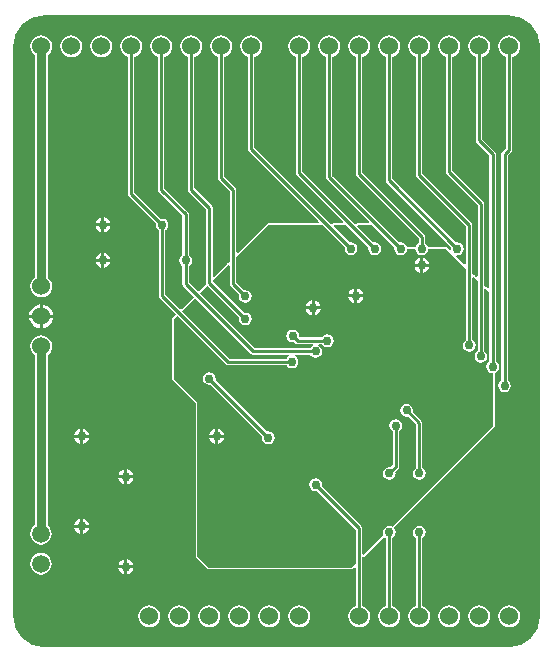
<source format=gbl>
%FSLAX25Y25*%
%MOIN*%
G70*
G01*
G75*
G04 Layer_Physical_Order=2*
G04 Layer_Color=16711680*
%ADD10R,0.01969X0.02756*%
%ADD11R,0.02953X0.02559*%
%ADD12R,0.02559X0.02953*%
%ADD13R,0.02362X0.01969*%
%ADD14R,0.04803X0.02362*%
%ADD15R,0.02362X0.03543*%
G04:AMPARAMS|DCode=16|XSize=25.59mil|YSize=23.62mil|CornerRadius=5.91mil|HoleSize=0mil|Usage=FLASHONLY|Rotation=0.000|XOffset=0mil|YOffset=0mil|HoleType=Round|Shape=RoundedRectangle|*
%AMROUNDEDRECTD16*
21,1,0.02559,0.01181,0,0,0.0*
21,1,0.01378,0.02362,0,0,0.0*
1,1,0.01181,0.00689,-0.00591*
1,1,0.01181,-0.00689,-0.00591*
1,1,0.01181,-0.00689,0.00591*
1,1,0.01181,0.00689,0.00591*
%
%ADD16ROUNDEDRECTD16*%
%ADD17R,0.01969X0.02362*%
G04:AMPARAMS|DCode=18|XSize=25.59mil|YSize=23.62mil|CornerRadius=5.91mil|HoleSize=0mil|Usage=FLASHONLY|Rotation=270.000|XOffset=0mil|YOffset=0mil|HoleType=Round|Shape=RoundedRectangle|*
%AMROUNDEDRECTD18*
21,1,0.02559,0.01181,0,0,270.0*
21,1,0.01378,0.02362,0,0,270.0*
1,1,0.01181,-0.00591,-0.00689*
1,1,0.01181,-0.00591,0.00689*
1,1,0.01181,0.00591,0.00689*
1,1,0.01181,0.00591,-0.00689*
%
%ADD18ROUNDEDRECTD18*%
%ADD19R,0.05709X0.02165*%
%ADD20R,0.05709X0.02165*%
%ADD21R,0.05000X0.02500*%
%ADD22R,0.02500X0.05000*%
%ADD23C,0.01000*%
%ADD24C,0.01500*%
%ADD25C,0.02000*%
%ADD26C,0.00600*%
%ADD27C,0.06000*%
%ADD28C,0.05906*%
%ADD29C,0.03000*%
%ADD30C,0.03000*%
G36*
X166960Y209855D02*
X168845Y209283D01*
X170583Y208355D01*
X172105Y207105D01*
X173355Y205583D01*
X174284Y203845D01*
X174855Y201960D01*
X175044Y200048D01*
X175000Y200000D01*
D01*
X175000Y200000D01*
X175048Y10000D01*
X174855Y8040D01*
X174284Y6155D01*
X173355Y4417D01*
X172105Y2895D01*
X170583Y1645D01*
X168845Y716D01*
X166960Y145D01*
X165048Y-44D01*
X165000Y0D01*
Y0D01*
X10000Y-48D01*
X8040Y145D01*
X6155Y716D01*
X4417Y1645D01*
X2895Y2895D01*
X1645Y4417D01*
X716Y6155D01*
X145Y8040D01*
X-44Y9952D01*
X0Y10000D01*
X0D01*
X-48Y200000D01*
X145Y201960D01*
X716Y203845D01*
X1645Y205583D01*
X2895Y207105D01*
X4417Y208355D01*
X6155Y209283D01*
X8040Y209855D01*
X9952Y210044D01*
X10000Y210000D01*
Y210000D01*
X165000Y210048D01*
X166960Y209855D01*
D02*
G37*
%LPC*%
G36*
X39635Y26000D02*
X37685D01*
Y24050D01*
X38160Y24145D01*
X38987Y24698D01*
X39540Y25525D01*
X39635Y26000D01*
D02*
G37*
G36*
X165000Y203631D02*
X164060Y203507D01*
X163184Y203145D01*
X162432Y202568D01*
X161855Y201816D01*
X161493Y200940D01*
X161369Y200000D01*
X161493Y199060D01*
X161855Y198185D01*
X162432Y197432D01*
X163184Y196855D01*
X163878Y196568D01*
Y166024D01*
X162703Y164848D01*
X162460Y164484D01*
X162374Y164055D01*
X162374Y164055D01*
Y88666D01*
X161982Y88404D01*
X161518Y87709D01*
X161355Y86890D01*
X161518Y86070D01*
X161982Y85376D01*
X162677Y84912D01*
X163496Y84749D01*
X164315Y84912D01*
X165010Y85376D01*
X165474Y86070D01*
X165637Y86890D01*
X165474Y87709D01*
X165010Y88404D01*
X164618Y88666D01*
Y163591D01*
X165793Y164766D01*
X165793Y164766D01*
X166036Y165130D01*
X166122Y165559D01*
Y196568D01*
X166815Y196855D01*
X167568Y197432D01*
X168145Y198185D01*
X168507Y199060D01*
X168631Y200000D01*
X168507Y200940D01*
X168145Y201816D01*
X167568Y202568D01*
X166815Y203145D01*
X165940Y203507D01*
X165000Y203631D01*
D02*
G37*
G36*
X36685Y28949D02*
X36210Y28855D01*
X35383Y28302D01*
X34830Y27476D01*
X34736Y27000D01*
X36685D01*
Y28949D01*
D02*
G37*
G36*
X22000Y72449D02*
X21524Y72355D01*
X20698Y71802D01*
X20145Y70976D01*
X20051Y70500D01*
X22000D01*
Y72449D01*
D02*
G37*
G36*
X23000D02*
Y70500D01*
X24949D01*
X24855Y70976D01*
X24302Y71802D01*
X23475Y72355D01*
X23000Y72449D01*
D02*
G37*
G36*
X8500Y109500D02*
X5031D01*
X5103Y108956D01*
X5506Y107983D01*
X6147Y107147D01*
X6983Y106506D01*
X7956Y106103D01*
X8500Y106031D01*
Y109500D01*
D02*
G37*
G36*
Y113969D02*
X7956Y113897D01*
X6983Y113494D01*
X6147Y112853D01*
X5506Y112017D01*
X5103Y111044D01*
X5031Y110500D01*
X8500D01*
Y113969D01*
D02*
G37*
G36*
X9500D02*
Y110500D01*
X12969D01*
X12897Y111044D01*
X12494Y112017D01*
X11853Y112853D01*
X11017Y113494D01*
X10044Y113897D01*
X9500Y113969D01*
D02*
G37*
G36*
X9000Y31083D02*
X8072Y30961D01*
X7208Y30603D01*
X6466Y30034D01*
X5897Y29292D01*
X5539Y28427D01*
X5417Y27500D01*
X5539Y26573D01*
X5897Y25708D01*
X6466Y24966D01*
X7208Y24397D01*
X8072Y24039D01*
X9000Y23917D01*
X9928Y24039D01*
X10792Y24397D01*
X11534Y24966D01*
X12103Y25708D01*
X12461Y26573D01*
X12583Y27500D01*
X12461Y28427D01*
X12103Y29292D01*
X11534Y30034D01*
X10792Y30603D01*
X9928Y30961D01*
X9000Y31083D01*
D02*
G37*
G36*
X12969Y109500D02*
X9500D01*
Y106031D01*
X10044Y106103D01*
X11017Y106506D01*
X11853Y107147D01*
X12494Y107983D01*
X12897Y108956D01*
X12969Y109500D01*
D02*
G37*
G36*
X36685Y26000D02*
X34736D01*
X34830Y25525D01*
X35383Y24698D01*
X36210Y24145D01*
X36685Y24050D01*
Y26000D01*
D02*
G37*
G36*
X37685Y28949D02*
Y27000D01*
X39635D01*
X39540Y27476D01*
X38987Y28302D01*
X38160Y28855D01*
X37685Y28949D01*
D02*
G37*
G36*
X22000Y42450D02*
X21524Y42355D01*
X20698Y41802D01*
X20145Y40975D01*
X20051Y40500D01*
X22000D01*
Y42450D01*
D02*
G37*
G36*
X36685Y58950D02*
X36210Y58855D01*
X35383Y58302D01*
X34830Y57476D01*
X34736Y57000D01*
X36685D01*
Y58950D01*
D02*
G37*
G36*
X39635Y56000D02*
X37685D01*
Y54050D01*
X38160Y54145D01*
X38987Y54698D01*
X39540Y55524D01*
X39635Y56000D01*
D02*
G37*
G36*
X23000Y42450D02*
Y40500D01*
X24949D01*
X24855Y40975D01*
X24302Y41802D01*
X23475Y42355D01*
X23000Y42450D01*
D02*
G37*
G36*
X36685Y56000D02*
X34736D01*
X34830Y55524D01*
X35383Y54698D01*
X36210Y54145D01*
X36685Y54050D01*
Y56000D01*
D02*
G37*
G36*
X37685Y58950D02*
Y57000D01*
X39635D01*
X39540Y57476D01*
X38987Y58302D01*
X38160Y58855D01*
X37685Y58950D01*
D02*
G37*
G36*
X24949Y69500D02*
X23000D01*
Y67550D01*
X23475Y67645D01*
X24302Y68198D01*
X24855Y69024D01*
X24949Y69500D01*
D02*
G37*
G36*
X9000Y103631D02*
X8060Y103507D01*
X7185Y103145D01*
X6432Y102568D01*
X5855Y101815D01*
X5493Y100940D01*
X5369Y100000D01*
X5493Y99060D01*
X5855Y98185D01*
X6432Y97432D01*
X6859Y97105D01*
Y40335D01*
X6466Y40034D01*
X5897Y39292D01*
X5539Y38427D01*
X5417Y37500D01*
X5539Y36573D01*
X5897Y35708D01*
X6466Y34966D01*
X7208Y34397D01*
X8072Y34039D01*
X9000Y33917D01*
X9928Y34039D01*
X10792Y34397D01*
X11534Y34966D01*
X12103Y35708D01*
X12461Y36573D01*
X12583Y37500D01*
X12461Y38427D01*
X12103Y39292D01*
X11534Y40034D01*
X11141Y40335D01*
Y97105D01*
X11568Y97432D01*
X12145Y98185D01*
X12507Y99060D01*
X12631Y100000D01*
X12507Y100940D01*
X12145Y101815D01*
X11568Y102568D01*
X10815Y103145D01*
X9940Y103507D01*
X9000Y103631D01*
D02*
G37*
G36*
X22000Y69500D02*
X20051D01*
X20145Y69024D01*
X20698Y68198D01*
X21524Y67645D01*
X22000Y67550D01*
Y69500D01*
D02*
G37*
G36*
X24949Y39500D02*
X23000D01*
Y37551D01*
X23475Y37645D01*
X24302Y38198D01*
X24855Y39024D01*
X24949Y39500D01*
D02*
G37*
G36*
X22000D02*
X20051D01*
X20145Y39024D01*
X20698Y38198D01*
X21524Y37645D01*
X22000Y37551D01*
Y39500D01*
D02*
G37*
G36*
X29138Y131072D02*
X28662Y130977D01*
X27835Y130424D01*
X27283Y129597D01*
X27188Y129122D01*
X29138D01*
Y131072D01*
D02*
G37*
G36*
X30138D02*
Y129122D01*
X32087D01*
X31993Y129597D01*
X31440Y130424D01*
X30613Y130977D01*
X30138Y131072D01*
D02*
G37*
G36*
X45000Y13631D02*
X44060Y13507D01*
X43185Y13145D01*
X42432Y12567D01*
X41855Y11816D01*
X41493Y10940D01*
X41369Y10000D01*
X41493Y9060D01*
X41855Y8185D01*
X42432Y7433D01*
X43185Y6855D01*
X44060Y6493D01*
X45000Y6369D01*
X45940Y6493D01*
X46815Y6855D01*
X47567Y7433D01*
X48145Y8185D01*
X48507Y9060D01*
X48631Y10000D01*
X48507Y10940D01*
X48145Y11816D01*
X47567Y12567D01*
X46815Y13145D01*
X45940Y13507D01*
X45000Y13631D01*
D02*
G37*
G36*
X32087Y128122D02*
X30138D01*
Y126172D01*
X30613Y126267D01*
X31440Y126820D01*
X31993Y127647D01*
X32087Y128122D01*
D02*
G37*
G36*
X55000Y13631D02*
X54060Y13507D01*
X53184Y13145D01*
X52432Y12567D01*
X51855Y11816D01*
X51493Y10940D01*
X51369Y10000D01*
X51493Y9060D01*
X51855Y8185D01*
X52432Y7433D01*
X53184Y6855D01*
X54060Y6493D01*
X55000Y6369D01*
X55940Y6493D01*
X56815Y6855D01*
X57568Y7433D01*
X58145Y8185D01*
X58507Y9060D01*
X58631Y10000D01*
X58507Y10940D01*
X58145Y11816D01*
X57568Y12567D01*
X56815Y13145D01*
X55940Y13507D01*
X55000Y13631D01*
D02*
G37*
G36*
X29138Y140004D02*
X27188D01*
X27283Y139529D01*
X27835Y138701D01*
X28662Y138149D01*
X29138Y138054D01*
Y140004D01*
D02*
G37*
G36*
X19000Y203631D02*
X18060Y203507D01*
X17185Y203145D01*
X16432Y202568D01*
X15855Y201816D01*
X15493Y200940D01*
X15369Y200000D01*
X15493Y199060D01*
X15855Y198185D01*
X16432Y197432D01*
X17185Y196855D01*
X18060Y196493D01*
X19000Y196369D01*
X19940Y196493D01*
X20816Y196855D01*
X21567Y197432D01*
X22145Y198185D01*
X22507Y199060D01*
X22631Y200000D01*
X22507Y200940D01*
X22145Y201816D01*
X21567Y202568D01*
X20816Y203145D01*
X19940Y203507D01*
X19000Y203631D01*
D02*
G37*
G36*
X29000D02*
X28060Y203507D01*
X27185Y203145D01*
X26432Y202568D01*
X25855Y201816D01*
X25493Y200940D01*
X25369Y200000D01*
X25493Y199060D01*
X25855Y198185D01*
X26432Y197432D01*
X27185Y196855D01*
X28060Y196493D01*
X29000Y196369D01*
X29940Y196493D01*
X30816Y196855D01*
X31567Y197432D01*
X32145Y198185D01*
X32507Y199060D01*
X32631Y200000D01*
X32507Y200940D01*
X32145Y201816D01*
X31567Y202568D01*
X30816Y203145D01*
X29940Y203507D01*
X29000Y203631D01*
D02*
G37*
G36*
X30138Y142954D02*
Y141004D01*
X32087D01*
X31993Y141479D01*
X31440Y142306D01*
X30613Y142859D01*
X30138Y142954D01*
D02*
G37*
G36*
X32087Y140004D02*
X30138D01*
Y138054D01*
X30613Y138149D01*
X31440Y138701D01*
X31993Y139529D01*
X32087Y140004D01*
D02*
G37*
G36*
X29138Y142954D02*
X28662Y142859D01*
X27835Y142306D01*
X27283Y141479D01*
X27188Y141004D01*
X29138D01*
Y142954D01*
D02*
G37*
G36*
Y128122D02*
X27188D01*
X27283Y127647D01*
X27835Y126820D01*
X28662Y126267D01*
X29138Y126172D01*
Y128122D01*
D02*
G37*
G36*
X95000Y13631D02*
X94060Y13507D01*
X93185Y13145D01*
X92432Y12567D01*
X91855Y11816D01*
X91493Y10940D01*
X91369Y10000D01*
X91493Y9060D01*
X91855Y8185D01*
X92432Y7433D01*
X93185Y6855D01*
X94060Y6493D01*
X95000Y6369D01*
X95940Y6493D01*
X96816Y6855D01*
X97568Y7433D01*
X98145Y8185D01*
X98507Y9060D01*
X98631Y10000D01*
X98507Y10940D01*
X98145Y11816D01*
X97568Y12567D01*
X96816Y13145D01*
X95940Y13507D01*
X95000Y13631D01*
D02*
G37*
G36*
X155000D02*
X154060Y13507D01*
X153184Y13145D01*
X152432Y12567D01*
X151855Y11816D01*
X151493Y10940D01*
X151369Y10000D01*
X151493Y9060D01*
X151855Y8185D01*
X152432Y7433D01*
X153184Y6855D01*
X154060Y6493D01*
X155000Y6369D01*
X155940Y6493D01*
X156816Y6855D01*
X157568Y7433D01*
X158145Y8185D01*
X158507Y9060D01*
X158631Y10000D01*
X158507Y10940D01*
X158145Y11816D01*
X157568Y12567D01*
X156816Y13145D01*
X155940Y13507D01*
X155000Y13631D01*
D02*
G37*
G36*
X9000Y203631D02*
X8060Y203507D01*
X7185Y203145D01*
X6432Y202568D01*
X5855Y201816D01*
X5493Y200940D01*
X5369Y200000D01*
X5493Y199060D01*
X5855Y198185D01*
X6432Y197432D01*
X6859Y197105D01*
Y122895D01*
X6432Y122568D01*
X5855Y121816D01*
X5493Y120940D01*
X5369Y120000D01*
X5493Y119060D01*
X5855Y118184D01*
X6432Y117432D01*
X7185Y116855D01*
X8060Y116493D01*
X9000Y116369D01*
X9940Y116493D01*
X10815Y116855D01*
X11568Y117432D01*
X12145Y118184D01*
X12507Y119060D01*
X12631Y120000D01*
X12507Y120940D01*
X12145Y121816D01*
X11568Y122568D01*
X11141Y122895D01*
Y197105D01*
X11568Y197432D01*
X12145Y198185D01*
X12507Y199060D01*
X12631Y200000D01*
X12507Y200940D01*
X12145Y201816D01*
X11568Y202568D01*
X10815Y203145D01*
X9940Y203507D01*
X9000Y203631D01*
D02*
G37*
G36*
X145000Y13631D02*
X144060Y13507D01*
X143184Y13145D01*
X142432Y12567D01*
X141855Y11816D01*
X141493Y10940D01*
X141369Y10000D01*
X141493Y9060D01*
X141855Y8185D01*
X142432Y7433D01*
X143184Y6855D01*
X144060Y6493D01*
X145000Y6369D01*
X145940Y6493D01*
X146816Y6855D01*
X147568Y7433D01*
X148145Y8185D01*
X148507Y9060D01*
X148631Y10000D01*
X148507Y10940D01*
X148145Y11816D01*
X147568Y12567D01*
X146816Y13145D01*
X145940Y13507D01*
X145000Y13631D01*
D02*
G37*
G36*
X135000Y40125D02*
X134181Y39962D01*
X133486Y39498D01*
X133022Y38804D01*
X132859Y37984D01*
X133022Y37165D01*
X133486Y36470D01*
X133878Y36208D01*
Y13432D01*
X133185Y13145D01*
X132432Y12567D01*
X131855Y11816D01*
X131493Y10940D01*
X131369Y10000D01*
X131493Y9060D01*
X131855Y8185D01*
X132432Y7433D01*
X133185Y6855D01*
X134060Y6493D01*
X135000Y6369D01*
X135940Y6493D01*
X136816Y6855D01*
X137568Y7433D01*
X138145Y8185D01*
X138507Y9060D01*
X138631Y10000D01*
X138507Y10940D01*
X138145Y11816D01*
X137568Y12567D01*
X136816Y13145D01*
X136122Y13432D01*
Y36208D01*
X136514Y36470D01*
X136978Y37165D01*
X137141Y37984D01*
X136978Y38804D01*
X136514Y39498D01*
X135819Y39962D01*
X135000Y40125D01*
D02*
G37*
G36*
X75000Y13631D02*
X74060Y13507D01*
X73185Y13145D01*
X72432Y12567D01*
X71855Y11816D01*
X71493Y10940D01*
X71369Y10000D01*
X71493Y9060D01*
X71855Y8185D01*
X72432Y7433D01*
X73185Y6855D01*
X74060Y6493D01*
X75000Y6369D01*
X75940Y6493D01*
X76815Y6855D01*
X77568Y7433D01*
X78145Y8185D01*
X78507Y9060D01*
X78631Y10000D01*
X78507Y10940D01*
X78145Y11816D01*
X77568Y12567D01*
X76815Y13145D01*
X75940Y13507D01*
X75000Y13631D01*
D02*
G37*
G36*
X65000D02*
X64060Y13507D01*
X63184Y13145D01*
X62432Y12567D01*
X61855Y11816D01*
X61493Y10940D01*
X61369Y10000D01*
X61493Y9060D01*
X61855Y8185D01*
X62432Y7433D01*
X63184Y6855D01*
X64060Y6493D01*
X65000Y6369D01*
X65940Y6493D01*
X66816Y6855D01*
X67568Y7433D01*
X68145Y8185D01*
X68507Y9060D01*
X68631Y10000D01*
X68507Y10940D01*
X68145Y11816D01*
X67568Y12567D01*
X66816Y13145D01*
X65940Y13507D01*
X65000Y13631D01*
D02*
G37*
G36*
X155000Y203631D02*
X154060Y203507D01*
X153184Y203145D01*
X152432Y202568D01*
X151855Y201816D01*
X151493Y200940D01*
X151369Y200000D01*
X151493Y199060D01*
X151855Y198185D01*
X152432Y197432D01*
X153184Y196855D01*
X153878Y196568D01*
Y168614D01*
X153878Y168614D01*
X153964Y168185D01*
X154207Y167821D01*
X158438Y163591D01*
Y119504D01*
X157976Y119313D01*
X157665Y119624D01*
X157545Y119673D01*
X157454Y119764D01*
X157325D01*
X157205Y119814D01*
X157159Y119795D01*
X156744Y120073D01*
Y147520D01*
X156744Y147520D01*
X156658Y147949D01*
X156415Y148313D01*
X156415Y148313D01*
X146122Y158606D01*
Y196568D01*
X146816Y196855D01*
X147568Y197432D01*
X148145Y198185D01*
X148507Y199060D01*
X148631Y200000D01*
X148507Y200940D01*
X148145Y201816D01*
X147568Y202568D01*
X146816Y203145D01*
X145940Y203507D01*
X145000Y203631D01*
X144060Y203507D01*
X143184Y203145D01*
X142432Y202568D01*
X141855Y201816D01*
X141493Y200940D01*
X141369Y200000D01*
X141493Y199060D01*
X141855Y198185D01*
X142432Y197432D01*
X143184Y196855D01*
X143878Y196568D01*
Y158142D01*
X143878Y158142D01*
X143964Y157712D01*
X144207Y157349D01*
X154500Y147055D01*
Y123441D01*
X154039Y123250D01*
X153728Y123561D01*
X153608Y123610D01*
X153517Y123702D01*
X153388D01*
X153269Y123751D01*
X153222Y123732D01*
X152807Y124010D01*
Y140433D01*
X152807Y140433D01*
X152721Y140862D01*
X152478Y141226D01*
X136122Y157583D01*
Y196568D01*
X136816Y196855D01*
X137568Y197432D01*
X138145Y198185D01*
X138507Y199060D01*
X138631Y200000D01*
X138507Y200940D01*
X138145Y201816D01*
X137568Y202568D01*
X136816Y203145D01*
X135940Y203507D01*
X135000Y203631D01*
X134060Y203507D01*
X133185Y203145D01*
X132432Y202568D01*
X131855Y201816D01*
X131493Y200940D01*
X131369Y200000D01*
X131493Y199060D01*
X131855Y198185D01*
X132432Y197432D01*
X133185Y196855D01*
X133878Y196568D01*
Y157118D01*
X133878Y157118D01*
X133964Y156689D01*
X134207Y156325D01*
X150564Y139969D01*
Y127378D01*
X150101Y127187D01*
X147262Y130027D01*
X147497Y130468D01*
X147748Y130418D01*
X148567Y130581D01*
X149262Y131045D01*
X149726Y131740D01*
X149889Y132559D01*
X149726Y133378D01*
X149262Y134073D01*
X148567Y134537D01*
X147748Y134700D01*
X147285Y134608D01*
X126122Y155772D01*
Y196568D01*
X126815Y196855D01*
X127568Y197432D01*
X128145Y198185D01*
X128507Y199060D01*
X128631Y200000D01*
X128507Y200940D01*
X128145Y201816D01*
X127568Y202568D01*
X126815Y203145D01*
X125940Y203507D01*
X125000Y203631D01*
X124060Y203507D01*
X123185Y203145D01*
X122432Y202568D01*
X121855Y201816D01*
X121493Y200940D01*
X121369Y200000D01*
X121493Y199060D01*
X121855Y198185D01*
X122432Y197432D01*
X123185Y196855D01*
X123878Y196568D01*
Y155307D01*
X123878Y155307D01*
X123964Y154878D01*
X124207Y154514D01*
X145699Y133022D01*
X145607Y132559D01*
X145657Y132308D01*
X145216Y132073D01*
X144270Y133018D01*
X143811Y133209D01*
X138078D01*
X137934Y133286D01*
X137915Y133378D01*
X137451Y134073D01*
X137059Y134335D01*
Y136496D01*
X136973Y136925D01*
X136730Y137289D01*
X136730Y137289D01*
X116122Y157898D01*
Y196568D01*
X116815Y196855D01*
X117568Y197432D01*
X118145Y198185D01*
X118507Y199060D01*
X118631Y200000D01*
X118507Y200940D01*
X118145Y201816D01*
X117568Y202568D01*
X116815Y203145D01*
X115940Y203507D01*
X115000Y203631D01*
X114060Y203507D01*
X113184Y203145D01*
X112432Y202568D01*
X111855Y201816D01*
X111493Y200940D01*
X111369Y200000D01*
X111493Y199060D01*
X111855Y198185D01*
X112432Y197432D01*
X113184Y196855D01*
X113878Y196568D01*
Y157433D01*
X113878Y157433D01*
X113964Y157004D01*
X114207Y156640D01*
X134816Y136031D01*
Y134335D01*
X134423Y134073D01*
X133959Y133378D01*
X133940Y133286D01*
X133796Y133209D01*
X130991D01*
X130847Y133286D01*
X130828Y133378D01*
X130364Y134073D01*
X129670Y134537D01*
X128850Y134700D01*
X128387Y134608D01*
X106122Y156874D01*
Y196568D01*
X106816Y196855D01*
X107568Y197432D01*
X108145Y198185D01*
X108507Y199060D01*
X108631Y200000D01*
X108507Y200940D01*
X108145Y201816D01*
X107568Y202568D01*
X106816Y203145D01*
X105940Y203507D01*
X105000Y203631D01*
X104060Y203507D01*
X103184Y203145D01*
X102432Y202568D01*
X101855Y201816D01*
X101493Y200940D01*
X101369Y200000D01*
X101493Y199060D01*
X101855Y198185D01*
X102432Y197432D01*
X103184Y196855D01*
X103878Y196568D01*
Y156410D01*
X103878Y156409D01*
X103964Y155980D01*
X104207Y155616D01*
X118279Y141544D01*
X118087Y141083D01*
X114554D01*
X114435Y141033D01*
X114306D01*
X114215Y140942D01*
X114095Y140892D01*
X114076Y140846D01*
X113586Y140749D01*
Y140749D01*
X113586Y140749D01*
D01*
D01*
D01*
X96122Y158213D01*
Y196568D01*
X96816Y196855D01*
X97568Y197432D01*
X98145Y198185D01*
X98507Y199060D01*
X98631Y200000D01*
X98507Y200940D01*
X98145Y201816D01*
X97568Y202568D01*
X96816Y203145D01*
X95940Y203507D01*
X95000Y203631D01*
X94060Y203507D01*
X93185Y203145D01*
X92432Y202568D01*
X91855Y201816D01*
X91493Y200940D01*
X91369Y200000D01*
X91493Y199060D01*
X91855Y198185D01*
X92432Y197432D01*
X93185Y196855D01*
X93878Y196568D01*
Y157748D01*
X93878Y157748D01*
X93964Y157319D01*
X94207Y156955D01*
X109617Y141544D01*
X109426Y141083D01*
X106680D01*
X106561Y141033D01*
X106432D01*
X106341Y140942D01*
X106221Y140892D01*
X106202Y140846D01*
X105733Y140753D01*
X105712Y140749D01*
Y140749D01*
X105712Y140749D01*
X80122Y166339D01*
Y196568D01*
X80816Y196855D01*
X81568Y197432D01*
X82145Y198185D01*
X82507Y199060D01*
X82631Y200000D01*
X82507Y200940D01*
X82145Y201816D01*
X81568Y202568D01*
X80816Y203145D01*
X79940Y203507D01*
X79000Y203631D01*
X78060Y203507D01*
X77184Y203145D01*
X76432Y202568D01*
X75855Y201816D01*
X75493Y200940D01*
X75369Y200000D01*
X75493Y199060D01*
X75855Y198185D01*
X76432Y197432D01*
X77184Y196855D01*
X77878Y196568D01*
Y165874D01*
X77878Y165874D01*
X77964Y165445D01*
X78207Y165081D01*
X101743Y141544D01*
X101552Y141083D01*
X84756D01*
X84297Y140892D01*
X74528Y131124D01*
X74066Y131315D01*
Y152244D01*
X73981Y152673D01*
X73738Y153037D01*
X73738Y153037D01*
X70129Y156646D01*
Y196571D01*
X70815Y196855D01*
X71568Y197432D01*
X72145Y198185D01*
X72507Y199060D01*
X72631Y200000D01*
X72507Y200940D01*
X72145Y201816D01*
X71568Y202568D01*
X70815Y203145D01*
X69940Y203507D01*
X69000Y203631D01*
X68060Y203507D01*
X67185Y203145D01*
X66432Y202568D01*
X65855Y201816D01*
X65493Y200940D01*
X65369Y200000D01*
X65493Y199060D01*
X65855Y198185D01*
X66432Y197432D01*
X67185Y196855D01*
X67886Y196565D01*
Y156181D01*
X67886Y156181D01*
X67972Y155752D01*
X68215Y155388D01*
X71823Y151779D01*
Y127947D01*
X71408Y127669D01*
X71361Y127688D01*
X71242Y127639D01*
X71113D01*
X71021Y127547D01*
X70902Y127498D01*
X66654Y123250D01*
X66192Y123441D01*
Y146173D01*
X66192Y146173D01*
X66107Y146602D01*
X65864Y146966D01*
X65864Y146966D01*
X60122Y152709D01*
Y196568D01*
X60816Y196855D01*
X61568Y197432D01*
X62145Y198185D01*
X62507Y199060D01*
X62631Y200000D01*
X62507Y200940D01*
X62145Y201816D01*
X61568Y202568D01*
X60816Y203145D01*
X59940Y203507D01*
X59000Y203631D01*
X58060Y203507D01*
X57184Y203145D01*
X56432Y202568D01*
X55855Y201816D01*
X55493Y200940D01*
X55369Y200000D01*
X55493Y199060D01*
X55855Y198185D01*
X56432Y197432D01*
X57184Y196855D01*
X57878Y196568D01*
Y152244D01*
X57878Y152244D01*
X57964Y151815D01*
X58207Y151451D01*
X63949Y145709D01*
Y121142D01*
X63949Y121142D01*
X64035Y120713D01*
X64035Y120713D01*
X64035Y120712D01*
X64043Y120701D01*
X64015Y120611D01*
X61718Y118313D01*
X61218D01*
X58318Y121213D01*
Y126846D01*
X58711Y127108D01*
X59175Y127803D01*
X59338Y128622D01*
X59175Y129441D01*
X58711Y130136D01*
X58318Y130398D01*
Y144047D01*
X58318Y144047D01*
X58233Y144476D01*
X57990Y144840D01*
X50122Y152709D01*
Y196568D01*
X50815Y196855D01*
X51568Y197432D01*
X52145Y198185D01*
X52507Y199060D01*
X52631Y200000D01*
X52507Y200940D01*
X52145Y201816D01*
X51568Y202568D01*
X50815Y203145D01*
X49940Y203507D01*
X49000Y203631D01*
X48060Y203507D01*
X47185Y203145D01*
X46433Y202568D01*
X45855Y201816D01*
X45493Y200940D01*
X45369Y200000D01*
X45493Y199060D01*
X45855Y198185D01*
X46433Y197432D01*
X47185Y196855D01*
X47878Y196568D01*
Y152244D01*
X47878Y152244D01*
X47964Y151815D01*
X48207Y151451D01*
X56075Y143583D01*
Y130398D01*
X55683Y130136D01*
X55219Y129441D01*
X55056Y128622D01*
X55219Y127803D01*
X55683Y127108D01*
X56075Y126846D01*
Y120748D01*
X56075Y120748D01*
X56161Y120319D01*
X56404Y119955D01*
X59882Y116477D01*
Y116477D01*
X55812Y112408D01*
X55312D01*
X50444Y117276D01*
Y138657D01*
X50837Y138919D01*
X51301Y139614D01*
X51464Y140433D01*
X51301Y141252D01*
X50837Y141947D01*
X50142Y142411D01*
X49323Y142574D01*
X48860Y142482D01*
X40122Y151221D01*
Y196568D01*
X40815Y196855D01*
X41568Y197432D01*
X42145Y198185D01*
X42507Y199060D01*
X42631Y200000D01*
X42507Y200940D01*
X42145Y201816D01*
X41568Y202568D01*
X40815Y203145D01*
X39940Y203507D01*
X39000Y203631D01*
X38060Y203507D01*
X37185Y203145D01*
X36432Y202568D01*
X35855Y201816D01*
X35493Y200940D01*
X35369Y200000D01*
X35493Y199060D01*
X35855Y198185D01*
X36432Y197432D01*
X37185Y196855D01*
X37878Y196568D01*
Y150756D01*
X37878Y150756D01*
X37964Y150327D01*
X38207Y149963D01*
X47274Y140896D01*
X47182Y140433D01*
X47345Y139614D01*
X47809Y138919D01*
X48201Y138657D01*
Y116811D01*
X48201Y116811D01*
X48287Y116382D01*
X48530Y116018D01*
X53976Y110572D01*
X52801Y109396D01*
X52610Y108937D01*
Y89252D01*
X52801Y88793D01*
X60484Y81109D01*
X60484Y73504D01*
X60484Y73504D01*
Y30197D01*
X60619Y29872D01*
X60675Y29738D01*
X64612Y25801D01*
X65071Y25610D01*
X112315D01*
X112774Y25801D01*
X113417Y26443D01*
X113878Y26252D01*
Y13432D01*
X113184Y13145D01*
X112432Y12567D01*
X111855Y11816D01*
X111493Y10940D01*
X111369Y10000D01*
X111493Y9060D01*
X111855Y8185D01*
X112432Y7433D01*
X113184Y6855D01*
X114060Y6493D01*
X115000Y6369D01*
X115940Y6493D01*
X116815Y6855D01*
X117568Y7433D01*
X118145Y8185D01*
X118507Y9060D01*
X118631Y10000D01*
X118507Y10940D01*
X118145Y11816D01*
X117568Y12567D01*
X116815Y13145D01*
X116122Y13432D01*
Y29620D01*
X116537Y29898D01*
X116584Y29879D01*
X116703Y29928D01*
X116832D01*
X116923Y30020D01*
X117043Y30069D01*
X123448Y36474D01*
X123486Y36470D01*
X123878Y36208D01*
Y13432D01*
X123185Y13145D01*
X122432Y12567D01*
X121855Y11816D01*
X121493Y10940D01*
X121369Y10000D01*
X121493Y9060D01*
X121855Y8185D01*
X122432Y7433D01*
X123185Y6855D01*
X124060Y6493D01*
X125000Y6369D01*
X125940Y6493D01*
X126815Y6855D01*
X127568Y7433D01*
X128145Y8185D01*
X128507Y9060D01*
X128631Y10000D01*
X128507Y10940D01*
X128145Y11816D01*
X127568Y12567D01*
X126815Y13145D01*
X126122Y13432D01*
Y36208D01*
X126514Y36470D01*
X126978Y37165D01*
X127141Y37984D01*
X126978Y38804D01*
X126514Y39498D01*
X126510Y39537D01*
X160018Y73045D01*
X160208Y73504D01*
Y91048D01*
X160208Y91048D01*
X160208Y91048D01*
D01*
X160169Y91169D01*
D01*
X160169Y91169D01*
X160378Y91211D01*
X161073Y91675D01*
X161537Y92370D01*
X161700Y93189D01*
X161537Y94008D01*
X161073Y94703D01*
X160681Y94965D01*
Y164055D01*
X160681Y164055D01*
X160595Y164484D01*
X160352Y164848D01*
X156122Y169079D01*
Y196568D01*
X156816Y196855D01*
X157568Y197432D01*
X158145Y198185D01*
X158507Y199060D01*
X158631Y200000D01*
X158507Y200940D01*
X158145Y201816D01*
X157568Y202568D01*
X156816Y203145D01*
X155940Y203507D01*
X155000Y203631D01*
D02*
G37*
G36*
X165000Y13631D02*
X164060Y13507D01*
X163184Y13145D01*
X162432Y12567D01*
X161855Y11816D01*
X161493Y10940D01*
X161369Y10000D01*
X161493Y9060D01*
X161855Y8185D01*
X162432Y7433D01*
X163184Y6855D01*
X164060Y6493D01*
X165000Y6369D01*
X165940Y6493D01*
X166815Y6855D01*
X167568Y7433D01*
X168145Y8185D01*
X168507Y9060D01*
X168631Y10000D01*
X168507Y10940D01*
X168145Y11816D01*
X167568Y12567D01*
X166815Y13145D01*
X165940Y13507D01*
X165000Y13631D01*
D02*
G37*
G36*
X85000D02*
X84060Y13507D01*
X83184Y13145D01*
X82432Y12567D01*
X81855Y11816D01*
X81493Y10940D01*
X81369Y10000D01*
X81493Y9060D01*
X81855Y8185D01*
X82432Y7433D01*
X83184Y6855D01*
X84060Y6493D01*
X85000Y6369D01*
X85940Y6493D01*
X86816Y6855D01*
X87568Y7433D01*
X88145Y8185D01*
X88507Y9060D01*
X88631Y10000D01*
X88507Y10940D01*
X88145Y11816D01*
X87568Y12567D01*
X86816Y13145D01*
X85940Y13507D01*
X85000Y13631D01*
D02*
G37*
%LPD*%
G36*
X78845Y97514D02*
X78845Y97514D01*
X79209Y97271D01*
X79638Y97185D01*
X79638Y97185D01*
X91613D01*
X91758Y96707D01*
X91116Y96278D01*
X90854Y95885D01*
X71835D01*
X56021Y111699D01*
X60341Y116018D01*
X78845Y97514D01*
D02*
G37*
G36*
X126801Y133022D02*
X126709Y132559D01*
X126872Y131740D01*
X127336Y131045D01*
X128031Y130581D01*
X128850Y130418D01*
X129670Y130581D01*
X130364Y131045D01*
X130828Y131740D01*
X130991Y132559D01*
X133796D01*
X133959Y131740D01*
X134423Y131045D01*
X135118Y130581D01*
X135937Y130418D01*
X136756Y130581D01*
X137451Y131045D01*
X137915Y131740D01*
X138078Y132559D01*
X143811D01*
X150564Y125807D01*
Y102052D01*
X150171Y101790D01*
X149707Y101095D01*
X149544Y100276D01*
X149707Y99456D01*
X150171Y98762D01*
X150866Y98297D01*
X151685Y98134D01*
X152504Y98297D01*
X153199Y98762D01*
X153663Y99456D01*
X153826Y100276D01*
X153663Y101095D01*
X153199Y101790D01*
X152807Y102052D01*
Y122910D01*
X153269Y123101D01*
X154500Y121870D01*
Y98509D01*
X154108Y98246D01*
X153644Y97552D01*
X153481Y96732D01*
X153644Y95913D01*
X154108Y95218D01*
X154803Y94754D01*
X155622Y94591D01*
X156441Y94754D01*
X157136Y95218D01*
X157600Y95913D01*
X157763Y96732D01*
X157600Y97552D01*
X157136Y98246D01*
X156744Y98509D01*
Y118973D01*
X157205Y119165D01*
X158438Y117933D01*
Y94965D01*
X158045Y94703D01*
X157581Y94008D01*
X157418Y93189D01*
X157581Y92370D01*
X158045Y91675D01*
X158740Y91211D01*
X159559Y91048D01*
X159559Y91048D01*
Y91048D01*
X159559Y91048D01*
Y73504D01*
X125938Y39883D01*
X125819Y39962D01*
X125000Y40125D01*
X124181Y39962D01*
X123486Y39498D01*
X123022Y38804D01*
X122859Y37984D01*
X123022Y37165D01*
X123101Y37046D01*
X116584Y30528D01*
X116122Y30720D01*
Y39323D01*
X116036Y39752D01*
X115793Y40116D01*
X115793Y40116D01*
X102553Y53356D01*
X102645Y53819D01*
X102482Y54638D01*
X102018Y55333D01*
X101323Y55797D01*
X100504Y55960D01*
X99685Y55797D01*
X98990Y55333D01*
X98526Y54638D01*
X98363Y53819D01*
X98526Y53000D01*
X98990Y52305D01*
X99685Y51841D01*
X100504Y51678D01*
X100967Y51770D01*
X113878Y38858D01*
Y27823D01*
X112315Y26260D01*
X65071D01*
X61134Y30197D01*
Y73504D01*
X61134D01*
X61134Y81378D01*
X53260Y89252D01*
Y108937D01*
X54435Y110112D01*
X70577Y93971D01*
X70577Y93971D01*
X70941Y93728D01*
X71370Y93642D01*
X71370Y93642D01*
X90854D01*
X91116Y93250D01*
X91811Y92786D01*
X92630Y92623D01*
X93449Y92786D01*
X94144Y93250D01*
X94608Y93944D01*
X94771Y94764D01*
X94608Y95583D01*
X94144Y96278D01*
X93502Y96707D01*
X93647Y97185D01*
X98728D01*
X98990Y96793D01*
X99685Y96329D01*
X100504Y96166D01*
X101323Y96329D01*
X102018Y96793D01*
X102482Y97488D01*
X102645Y98307D01*
X102482Y99126D01*
X102018Y99821D01*
X101375Y100250D01*
X101521Y100729D01*
X102665D01*
X102927Y100336D01*
X103622Y99872D01*
X104441Y99709D01*
X105260Y99872D01*
X105955Y100336D01*
X106419Y101031D01*
X106582Y101850D01*
X106419Y102670D01*
X105955Y103364D01*
X105260Y103829D01*
X104441Y103991D01*
X103622Y103829D01*
X102927Y103364D01*
X102665Y102972D01*
X95370D01*
X95053Y103358D01*
X95066Y103425D01*
X94903Y104245D01*
X94439Y104939D01*
X93745Y105403D01*
X92925Y105566D01*
X92106Y105403D01*
X91411Y104939D01*
X90947Y104245D01*
X90784Y103425D01*
X90947Y102606D01*
X91411Y101911D01*
X92106Y101447D01*
X92925Y101284D01*
X93388Y101376D01*
X93707Y101057D01*
X93707Y101057D01*
X94071Y100814D01*
X94071Y100814D01*
X94071Y100814D01*
D01*
X94071Y100814D01*
X94071Y100814D01*
X94500Y100729D01*
X94500Y100729D01*
X99487D01*
X99632Y100250D01*
X98990Y99821D01*
X98728Y99429D01*
X80102D01*
X61927Y117604D01*
X64475Y120152D01*
X75030Y109597D01*
X74938Y109134D01*
X75101Y108315D01*
X75565Y107620D01*
X76259Y107156D01*
X77079Y106993D01*
X77898Y107156D01*
X78593Y107620D01*
X79057Y108315D01*
X79220Y109134D01*
X79057Y109953D01*
X78593Y110648D01*
X77898Y111112D01*
X77079Y111275D01*
X76616Y111183D01*
X66192Y121606D01*
Y121870D01*
X71361Y127039D01*
X71823Y126847D01*
Y120748D01*
X71823Y120748D01*
X71909Y120319D01*
X72152Y119955D01*
X75030Y117077D01*
X74938Y116614D01*
X75101Y115795D01*
X75565Y115100D01*
X76259Y114636D01*
X77079Y114473D01*
X77898Y114636D01*
X78593Y115100D01*
X79057Y115795D01*
X79220Y116614D01*
X79057Y117434D01*
X78593Y118128D01*
X77898Y118592D01*
X77079Y118755D01*
X76616Y118663D01*
X74066Y121213D01*
Y129744D01*
X84756Y140433D01*
X102855D01*
X110266Y133022D01*
X110174Y132559D01*
X110337Y131740D01*
X110801Y131045D01*
X111496Y130581D01*
X112315Y130418D01*
X113134Y130581D01*
X113829Y131045D01*
X114293Y131740D01*
X114456Y132559D01*
X114293Y133378D01*
X113829Y134073D01*
X113134Y134537D01*
X112315Y134700D01*
X111852Y134608D01*
X106489Y139971D01*
X106680Y140433D01*
X110729D01*
X118140Y133022D01*
X118048Y132559D01*
X118211Y131740D01*
X118675Y131045D01*
X119370Y130581D01*
X120189Y130418D01*
X121008Y130581D01*
X121703Y131045D01*
X122167Y131740D01*
X122330Y132559D01*
X122167Y133378D01*
X121703Y134073D01*
X121008Y134537D01*
X120189Y134700D01*
X119726Y134608D01*
X114363Y139971D01*
X114554Y140433D01*
X119390D01*
X126801Y133022D01*
D02*
G37*
%LPC*%
G36*
X116339Y116311D02*
X114390D01*
Y114362D01*
X114865Y114456D01*
X115692Y115009D01*
X116245Y115835D01*
X116339Y116311D01*
D02*
G37*
G36*
X113390Y119261D02*
X112914Y119166D01*
X112087Y118613D01*
X111535Y117786D01*
X111440Y117311D01*
X113390D01*
Y119261D01*
D02*
G37*
G36*
X100216Y115323D02*
Y113374D01*
X102166D01*
X102071Y113849D01*
X101519Y114676D01*
X100692Y115229D01*
X100216Y115323D01*
D02*
G37*
G36*
X113390Y116311D02*
X111440D01*
X111535Y115835D01*
X112087Y115009D01*
X112914Y114456D01*
X113390Y114362D01*
Y116311D01*
D02*
G37*
G36*
X114390Y119261D02*
Y117311D01*
X116339D01*
X116245Y117786D01*
X115692Y118613D01*
X114865Y119166D01*
X114390Y119261D01*
D02*
G37*
G36*
X135437Y129497D02*
X134961Y129402D01*
X134135Y128850D01*
X133582Y128023D01*
X133487Y127547D01*
X135437D01*
Y129497D01*
D02*
G37*
G36*
X136437D02*
Y127547D01*
X138386D01*
X138292Y128023D01*
X137739Y128850D01*
X136912Y129402D01*
X136437Y129497D01*
D02*
G37*
G36*
X135437Y126547D02*
X133487D01*
X133582Y126072D01*
X134135Y125245D01*
X134961Y124692D01*
X135437Y124598D01*
Y126547D01*
D02*
G37*
G36*
X138386D02*
X136437D01*
Y124598D01*
X136912Y124692D01*
X137739Y125245D01*
X138292Y126072D01*
X138386Y126547D01*
D02*
G37*
G36*
X99217Y115323D02*
X98741Y115229D01*
X97914Y114676D01*
X97362Y113849D01*
X97267Y113374D01*
X99217D01*
Y115323D01*
D02*
G37*
G36*
X65071Y91393D02*
X64252Y91230D01*
X63557Y90766D01*
X63093Y90071D01*
X62930Y89252D01*
X63093Y88433D01*
X63557Y87738D01*
X64252Y87274D01*
X65071Y87111D01*
X65534Y87203D01*
X82707Y70030D01*
X82615Y69567D01*
X82778Y68748D01*
X83242Y68053D01*
X83937Y67589D01*
X84756Y67426D01*
X85575Y67589D01*
X86270Y68053D01*
X86734Y68748D01*
X86897Y69567D01*
X86734Y70386D01*
X86270Y71081D01*
X85575Y71545D01*
X84756Y71708D01*
X84293Y71616D01*
X67120Y88789D01*
X67212Y89252D01*
X67049Y90071D01*
X66585Y90766D01*
X65890Y91230D01*
X65071Y91393D01*
D02*
G37*
G36*
X67000Y69500D02*
X65051D01*
X65145Y69024D01*
X65698Y68198D01*
X66524Y67645D01*
X67000Y67550D01*
Y69500D01*
D02*
G37*
G36*
X130819Y80763D02*
X129999Y80600D01*
X129305Y80136D01*
X128841Y79441D01*
X128678Y78622D01*
X128841Y77803D01*
X129305Y77108D01*
X129999Y76644D01*
X130819Y76481D01*
X131282Y76573D01*
X133878Y73976D01*
Y59383D01*
X133486Y59120D01*
X133022Y58426D01*
X132859Y57606D01*
X133022Y56787D01*
X133486Y56092D01*
X134181Y55628D01*
X135000Y55465D01*
X135819Y55628D01*
X136514Y56092D01*
X136978Y56787D01*
X137141Y57606D01*
X136978Y58426D01*
X136514Y59120D01*
X136122Y59383D01*
Y74441D01*
X136036Y74870D01*
X135793Y75234D01*
X135793Y75234D01*
X132868Y78159D01*
X132960Y78622D01*
X132797Y79441D01*
X132333Y80136D01*
X131638Y80600D01*
X130819Y80763D01*
D02*
G37*
G36*
X127276Y75645D02*
X126456Y75482D01*
X125762Y75018D01*
X125297Y74323D01*
X125134Y73504D01*
X125297Y72685D01*
X125762Y71990D01*
X126154Y71728D01*
Y60347D01*
X125463Y59655D01*
X125000Y59747D01*
X124181Y59584D01*
X123486Y59120D01*
X123022Y58426D01*
X122859Y57606D01*
X123022Y56787D01*
X123486Y56092D01*
X124181Y55628D01*
X125000Y55465D01*
X125819Y55628D01*
X126514Y56092D01*
X126978Y56787D01*
X127141Y57606D01*
X127049Y58069D01*
X128069Y59089D01*
X128312Y59453D01*
X128397Y59882D01*
X128397Y59882D01*
Y71728D01*
X128790Y71990D01*
X129254Y72685D01*
X129417Y73504D01*
X129254Y74323D01*
X128790Y75018D01*
X128095Y75482D01*
X127276Y75645D01*
D02*
G37*
G36*
X69950Y69500D02*
X68000D01*
Y67550D01*
X68476Y67645D01*
X69302Y68198D01*
X69855Y69024D01*
X69950Y69500D01*
D02*
G37*
G36*
X99217Y112374D02*
X97267D01*
X97362Y111899D01*
X97914Y111072D01*
X98741Y110519D01*
X99217Y110424D01*
Y112374D01*
D02*
G37*
G36*
X102166D02*
X100216D01*
Y110424D01*
X100692Y110519D01*
X101519Y111072D01*
X102071Y111899D01*
X102166Y112374D01*
D02*
G37*
G36*
X67000Y72449D02*
X66524Y72355D01*
X65698Y71802D01*
X65145Y70976D01*
X65051Y70500D01*
X67000D01*
Y72449D01*
D02*
G37*
G36*
X68000D02*
Y70500D01*
X69950D01*
X69855Y70976D01*
X69302Y71802D01*
X68476Y72355D01*
X68000Y72449D01*
D02*
G37*
%LPD*%
D23*
X71370Y94764D02*
X92630D01*
X49323Y116811D02*
X71370Y94764D01*
X57197Y120748D02*
X79638Y98307D01*
X100504D01*
X65071Y121142D02*
X77079Y109134D01*
X72945Y120748D02*
X77079Y116614D01*
X39000Y150756D02*
Y200000D01*
Y150756D02*
X49323Y140433D01*
Y116811D02*
Y140433D01*
X57197Y120748D02*
Y144047D01*
X49000Y152244D02*
X57197Y144047D01*
X49000Y152244D02*
Y200000D01*
X65071Y121142D02*
Y146173D01*
X59000Y152244D02*
X65071Y146173D01*
X59000Y152244D02*
Y200000D01*
X72945Y120748D02*
Y152244D01*
X69008Y156181D02*
X72945Y152244D01*
X69008Y156181D02*
Y199992D01*
X69000Y200000D02*
X69008Y199992D01*
X79000Y165874D02*
X112315Y132559D01*
X79000Y165874D02*
Y200000D01*
X95000Y157748D02*
X120189Y132559D01*
X95000Y157748D02*
Y200000D01*
X105000Y156409D02*
X128850Y132559D01*
X105000Y156409D02*
Y200000D01*
X135937Y132559D02*
Y136496D01*
X115000Y157433D02*
X135937Y136496D01*
X115000Y157433D02*
Y200000D01*
X135000Y157118D02*
Y200000D01*
X125000Y155307D02*
Y200000D01*
Y155307D02*
X147748Y132559D01*
X145000Y158142D02*
Y200000D01*
X151685Y100276D02*
Y140433D01*
X135000Y157118D02*
X151685Y140433D01*
X155622Y96732D02*
Y147520D01*
X145000Y158142D02*
X155622Y147520D01*
X159559Y93189D02*
Y164055D01*
X155000Y168614D02*
X159559Y164055D01*
X155000Y168614D02*
Y200000D01*
X163496Y86890D02*
Y164055D01*
X165000Y165559D01*
Y200000D01*
X125000Y10000D02*
Y37984D01*
X135000Y10000D02*
Y37984D01*
Y57606D02*
Y74441D01*
X65071Y89252D02*
X84756Y69567D01*
X115000Y10000D02*
Y39323D01*
X100504Y53819D02*
X115000Y39323D01*
X125000Y57606D02*
X127276Y59882D01*
Y73504D01*
X130819Y78622D02*
X135000Y74441D01*
X94500Y101850D02*
X104441D01*
X92925Y103425D02*
X94500Y101850D01*
D26*
X10000Y210000D02*
G03*
X0Y200000I0J-10000D01*
G01*
X165000Y0D02*
G03*
X175000Y10000I0J10000D01*
G01*
X175000Y200000D02*
G03*
X165000Y210000I-10000J0D01*
G01*
X0Y10000D02*
G03*
X10000Y0I10000J0D01*
G01*
X165000D01*
X10000Y210000D02*
X165000D01*
X175000Y10000D02*
Y200000D01*
X0Y10000D02*
Y200000D01*
D27*
X45000Y10000D02*
D03*
X55000D02*
D03*
X65000D02*
D03*
X75000D02*
D03*
X85000D02*
D03*
X95000D02*
D03*
X79000Y200000D02*
D03*
X69000D02*
D03*
X59000D02*
D03*
X49000D02*
D03*
X39000D02*
D03*
X29000D02*
D03*
X19000D02*
D03*
X9000D02*
D03*
X165000D02*
D03*
X155000D02*
D03*
X145000D02*
D03*
X135000D02*
D03*
X125000D02*
D03*
X115000D02*
D03*
X105000D02*
D03*
X95000D02*
D03*
X115000Y10000D02*
D03*
X125000D02*
D03*
X135000D02*
D03*
X145000D02*
D03*
X155000D02*
D03*
X165000D02*
D03*
X9000Y120000D02*
D03*
Y110000D02*
D03*
Y100000D02*
D03*
D28*
Y37500D02*
D03*
Y27500D02*
D03*
D29*
X49323Y140433D02*
D03*
X57197Y128622D02*
D03*
X29638Y140504D02*
D03*
Y128622D02*
D03*
X37185Y56500D02*
D03*
X22500Y70000D02*
D03*
Y40000D02*
D03*
X37185Y26500D02*
D03*
X65071Y89252D02*
D03*
X67500Y70000D02*
D03*
X92630Y94764D02*
D03*
X100504Y98307D02*
D03*
X99717Y112874D02*
D03*
X77079Y109134D02*
D03*
X77079Y116614D02*
D03*
X112315Y132559D02*
D03*
X120189D02*
D03*
X128850D02*
D03*
X135937D02*
D03*
X151685Y100276D02*
D03*
X147748Y132559D02*
D03*
X155622Y96732D02*
D03*
X159559Y93189D02*
D03*
X163496Y86890D02*
D03*
X130819Y78622D02*
D03*
X127276Y73504D02*
D03*
X135000Y37984D02*
D03*
X125000D02*
D03*
X135000Y57606D02*
D03*
X125000D02*
D03*
X84756Y69567D02*
D03*
X100504Y53819D02*
D03*
X135937Y127047D02*
D03*
X104441Y101850D02*
D03*
X92925Y103425D02*
D03*
X113890Y116811D02*
D03*
D30*
X9000Y37500D02*
Y100000D01*
Y120000D02*
Y200000D01*
M02*

</source>
